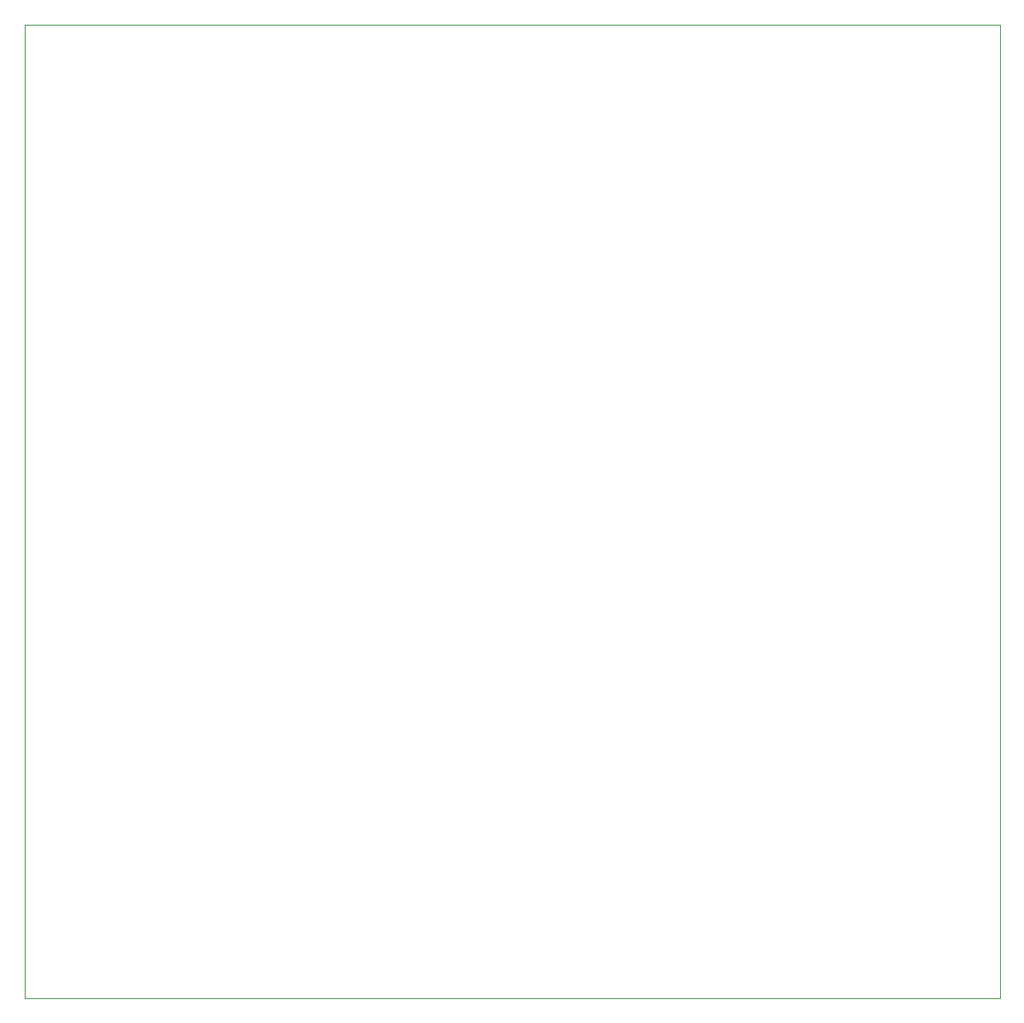
<source format=gm1>
G04 #@! TF.GenerationSoftware,KiCad,Pcbnew,6.0.7*
G04 #@! TF.CreationDate,2022-10-22T12:42:31-05:00*
G04 #@! TF.ProjectId,EsquemaGeneral,45737175-656d-4614-9765-6e6572616c2e,rev?*
G04 #@! TF.SameCoordinates,Original*
G04 #@! TF.FileFunction,Profile,NP*
%FSLAX46Y46*%
G04 Gerber Fmt 4.6, Leading zero omitted, Abs format (unit mm)*
G04 Created by KiCad (PCBNEW 6.0.7) date 2022-10-22 12:42:31*
%MOMM*%
%LPD*%
G01*
G04 APERTURE LIST*
G04 #@! TA.AperFunction,Profile*
%ADD10C,0.050000*%
G04 #@! TD*
G04 APERTURE END LIST*
D10*
X177542800Y-140857600D02*
X77568400Y-140857600D01*
X77568400Y-140857600D02*
X77568400Y-40984800D01*
X77568400Y-40984800D02*
X177542800Y-40984800D01*
X177542800Y-40984800D02*
X177542800Y-140857600D01*
M02*

</source>
